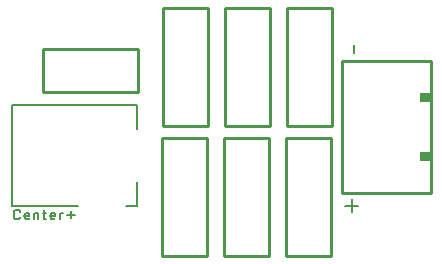
<source format=gto>
G04 DipTrace 3.2.0.1*
G04 DynamixelMUXX3P.gto*
%MOIN*%
G04 #@! TF.FileFunction,Legend,Top*
G04 #@! TF.Part,Single*
%ADD10C,0.009843*%
%ADD17C,0.008*%
%ADD36C,0.007008*%
%ADD37C,0.007*%
%FSLAX26Y26*%
G04*
G70*
G90*
G75*
G01*
G04 TopSilk*
%LPD*%
X814821Y894763D2*
D17*
Y973518D1*
X777376Y639782D2*
X814821D1*
Y718497D1*
Y974410D2*
X397491D1*
Y639782D2*
X619901D1*
X397491Y974410D2*
Y639782D1*
Y641727D1*
X1793465Y681654D2*
D10*
Y1122599D1*
X1498189D1*
Y681654D1*
X1793465D1*
G36*
X1758711Y787966D2*
X1790217D1*
Y819449D1*
X1758711D1*
Y787966D1*
G37*
G36*
Y984803D2*
X1790217D1*
Y1016287D1*
X1758711D1*
Y984803D1*
G37*
X1051457Y1300551D2*
D10*
X901851D1*
Y906851D1*
X1051457D1*
Y1300551D1*
X899882Y471851D2*
X1049488D1*
Y865551D1*
X899882D1*
Y471851D1*
X1258150Y1300551D2*
X1108544D1*
Y906851D1*
X1258150D1*
Y1300551D1*
X1106575Y471851D2*
X1256181D1*
Y865551D1*
X1106575D1*
Y471851D1*
X1464843Y1300551D2*
X1315236D1*
Y906851D1*
X1464843D1*
Y1300551D1*
X1313268Y471851D2*
X1462874D1*
Y865551D1*
X1313268D1*
Y471851D1*
X501811Y1161418D2*
X816772D1*
Y1017717D1*
X501811D1*
Y1161418D1*
X1530047Y661978D2*
D36*
Y618923D1*
X1508547Y640423D2*
X1551602D1*
X1539381Y1148649D2*
Y1176283D1*
X425065Y618679D2*
D37*
X423640Y621531D1*
X420754Y624416D1*
X417903Y625842D1*
X412166D1*
X409280Y624416D1*
X406429Y621531D1*
X404969Y618679D1*
X403544Y614368D1*
Y607172D1*
X404969Y602894D1*
X406429Y600009D1*
X409280Y597157D1*
X412166Y595698D1*
X417903D1*
X420754Y597157D1*
X423640Y600009D1*
X425065Y602894D1*
X439065Y607172D2*
X456276D1*
Y610057D1*
X454850Y612942D1*
X453425Y614368D1*
X450539Y615794D1*
X446228D1*
X443376Y614368D1*
X440491Y611483D1*
X439065Y607172D1*
Y604320D1*
X440491Y600009D1*
X443376Y597157D1*
X446228Y595698D1*
X450539D1*
X453425Y597157D1*
X456276Y600009D1*
X470276Y615794D2*
Y595698D1*
Y610057D2*
X474587Y614368D1*
X477473Y615794D1*
X481750D1*
X484635Y614368D1*
X486061Y610057D1*
Y595698D1*
X504372Y625842D2*
Y601435D1*
X505798Y597157D1*
X508683Y595698D1*
X511535D1*
X500061Y615794D2*
X510109D1*
X525535Y607172D2*
X542746D1*
Y610057D1*
X541320Y612942D1*
X539894Y614368D1*
X537009Y615794D1*
X532698D1*
X529846Y614368D1*
X526961Y611483D1*
X525535Y607172D1*
Y604320D1*
X526961Y600009D1*
X529846Y597157D1*
X532698Y595698D1*
X537009D1*
X539894Y597157D1*
X542746Y600009D1*
X556746Y615794D2*
Y595698D1*
Y607172D2*
X558205Y611483D1*
X561057Y614368D1*
X563942Y615794D1*
X568253D1*
X595153Y623670D2*
Y597837D1*
X582253Y610737D2*
X608086D1*
M02*

</source>
